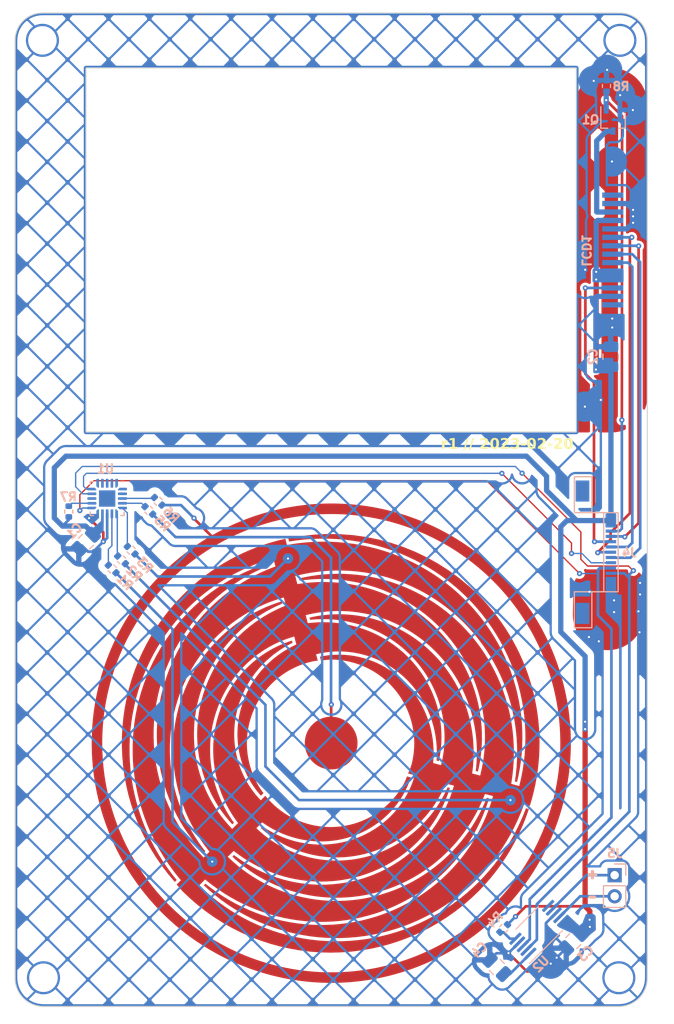
<source format=kicad_pcb>
(kicad_pcb (version 20221018) (generator pcbnew)

  (general
    (thickness 1.6)
  )

  (paper "A4")
  (layers
    (0 "F.Cu" signal)
    (31 "B.Cu" signal)
    (32 "B.Adhes" user "B.Adhesive")
    (33 "F.Adhes" user "F.Adhesive")
    (34 "B.Paste" user)
    (35 "F.Paste" user)
    (36 "B.SilkS" user "B.Silkscreen")
    (37 "F.SilkS" user "F.Silkscreen")
    (38 "B.Mask" user)
    (39 "F.Mask" user)
    (40 "Dwgs.User" user "User.Drawings")
    (41 "Cmts.User" user "User.Comments")
    (42 "Eco1.User" user "User.Eco1")
    (43 "Eco2.User" user "User.Eco2")
    (44 "Edge.Cuts" user)
    (45 "Margin" user)
    (46 "B.CrtYd" user "B.Courtyard")
    (47 "F.CrtYd" user "F.Courtyard")
    (48 "B.Fab" user)
    (49 "F.Fab" user)
    (50 "User.1" user)
    (51 "User.2" user)
    (52 "User.3" user)
    (53 "User.4" user)
    (54 "User.5" user)
    (55 "User.6" user)
    (56 "User.7" user)
    (57 "User.8" user)
    (58 "User.9" user)
  )

  (setup
    (stackup
      (layer "F.SilkS" (type "Top Silk Screen"))
      (layer "F.Paste" (type "Top Solder Paste"))
      (layer "F.Mask" (type "Top Solder Mask") (thickness 0.01))
      (layer "F.Cu" (type "copper") (thickness 0.035))
      (layer "dielectric 1" (type "core") (thickness 1.51) (material "FR4") (epsilon_r 4.5) (loss_tangent 0.02))
      (layer "B.Cu" (type "copper") (thickness 0.035))
      (layer "B.Mask" (type "Bottom Solder Mask") (thickness 0.01))
      (layer "B.Paste" (type "Bottom Solder Paste"))
      (layer "B.SilkS" (type "Bottom Silk Screen"))
      (copper_finish "None")
      (dielectric_constraints no)
    )
    (pad_to_mask_clearance 0)
    (pcbplotparams
      (layerselection 0x00010fc_ffffffff)
      (plot_on_all_layers_selection 0x0000000_00000000)
      (disableapertmacros false)
      (usegerberextensions false)
      (usegerberattributes true)
      (usegerberadvancedattributes true)
      (creategerberjobfile true)
      (dashed_line_dash_ratio 12.000000)
      (dashed_line_gap_ratio 3.000000)
      (svgprecision 6)
      (plotframeref false)
      (viasonmask false)
      (mode 1)
      (useauxorigin false)
      (hpglpennumber 1)
      (hpglpenspeed 20)
      (hpglpendiameter 15.000000)
      (dxfpolygonmode true)
      (dxfimperialunits true)
      (dxfusepcbnewfont true)
      (psnegative false)
      (psa4output false)
      (plotreference true)
      (plotvalue true)
      (plotinvisibletext false)
      (sketchpadsonfab false)
      (subtractmaskfromsilk false)
      (outputformat 1)
      (mirror false)
      (drillshape 1)
      (scaleselection 1)
      (outputdirectory "")
    )
  )

  (net 0 "")
  (net 1 "Net-(U2-REG)")
  (net 2 "Net-(J2-Pin_1)")
  (net 3 "Net-(J3-Pin_1)")
  (net 4 "GND")
  (net 5 "+3V3")
  (net 6 "/SCL")
  (net 7 "/SDA")
  (net 8 "/TOUCH_INT")
  (net 9 "/PICO")
  (net 10 "/RESET")
  (net 11 "/SCLK")
  (net 12 "/CS")
  (net 13 "/RS")
  (net 14 "/LED_ENABLE")
  (net 15 "Net-(J5-Pin_1)")
  (net 16 "Net-(J5-Pin_2)")
  (net 17 "Net-(LCD1-LEDK)")
  (net 18 "Net-(J1-Pin_1)")
  (net 19 "Net-(U1-KEY0)")
  (net 20 "Net-(J1-Pin_2)")
  (net 21 "Net-(U1-KEY1)")
  (net 22 "Net-(J1-Pin_3)")
  (net 23 "Net-(U1-KEY2)")
  (net 24 "Net-(U2-EN)")
  (net 25 "Net-(U1-KEY3)")
  (net 26 "Net-(U1-KEY4)")
  (net 27 "Net-(U1-~{RESET})")
  (net 28 "unconnected-(U2-VDD{slash}NC-Pad6)")
  (net 29 "unconnected-(U1-KEY6-Pad1)")
  (net 30 "unconnected-(U1-KEY5-Pad2)")
  (net 31 "unconnected-(U1-NC-Pad13)")
  (net 32 "unconnected-(U1-KEY11-Pad16)")
  (net 33 "unconnected-(U1-KEY10-Pad17)")
  (net 34 "unconnected-(U1-KEY9-Pad18)")
  (net 35 "unconnected-(U1-KEY8-Pad19)")
  (net 36 "unconnected-(U1-KEY7-Pad20)")

  (footprint "faceplate-footprints:qtouch-wheel" (layer "F.Cu") (at 157.156753 117.890948 -135))

  (footprint "faceplate-footprints:qtouch-guard" (layer "F.Cu") (at 157.222993 117.885573 45))

  (footprint "MountingHole:MountingHole_2.2mm_M2" (layer "F.Cu")
    (tstamp b0eed96b-fecb-4db9-8e07-d5b37a30fb46)
    (at 129.925 140.125)
    (descr "Mounting Hole 2.2mm, no annular, M2")
    (tags "mounting hole 2.2mm no annular m2")
    (property "Sheetfile" "gay-ipod-faceplate.kicad_sch")
    (property "Sheetname" "")
    (property "ki_description" "Mounting Hole without connection")
    (property "ki_keywords" "mounting hole")
    (path "/2287654c-0320-4ba9-89dd-92eed8d101c7")
    (attr exclude_from_pos_files)
    (fp_text reference "H3" (at 0.1 -7.9 unlocked) (layer "F.SilkS") hide
        (effects (font (face "Comic Code") (size 0.8 0.8) (thickness 0.3) bold))
      (tstamp 0c679096-f58e-4b1e-b8a9-ec13c0b89e4e)
      (render_cache "H3" 0
        (polygon
          (pts
            (xy 129.996277 131.834627)            (xy 129.995876 131.826603)            (xy 129.994697 131.818823)            (xy 129.991554 131.807693)
            (xy 129.986875 131.797324)            (xy 129.980786 131.787843)            (xy 129.973416 131.779379)            (xy 129.964892 131.772059)
            (xy 129.955341 131.76601)            (xy 129.944891 131.761359)            (xy 129.93367 131.758235)            (xy 129.925823 131.757064)
            (xy 129.917729 131.756665)            (xy 129.9078 131.757301)            (xy 129.898188 131.759157)            (xy 129.888983 131.762155)
            (xy 129.880273 131.766216)            (xy 129.87215 131.771263)            (xy 129.864703 131.777217)            (xy 129.858021 131.784)
            (xy 129.852195 131.791533)            (xy 129.847314 131.799739)            (xy 129.843469 131.808539)            (xy 129.841525 131.814697)
            (xy 129.838037 131.827518)            (xy 129.834689 131.840947)            (xy 129.831493 131.854908)            (xy 129.828461 131.869325)
            (xy 129.825603 131.884123)            (xy 129.822933 131.899227)            (xy 129.820461 131.914562)            (xy 129.819303 131.922293)
            (xy 129.8182 131.930053)            (xy 129.817151 131.937832)            (xy 129.81616 131.945623)            (xy 129.815227 131.953415)
            (xy 129.814355 131.961198)            (xy 129.812795 131.976703)            (xy 129.811492 131.992063)            (xy 129.810458 132.007201)
            (xy 129.809706 132.022043)            (xy 129.809245 132.036514)            (xy 129.809089 132.050538)            (xy 129.809094 132.059351)
            (xy 129.809125 132.069088)            (xy 129.809187 132.07751)            (xy 129.809298 132.086466)            (xy 129.80947 132.095932)
            (xy 129.809718 132.105883)            (xy 129.810055 132.116292)            (xy 129.810262 132.121661)            (xy 129.801988 132.121332)
            (xy 129.793549 132.121009)            (xy 129.784957 132.120698)            (xy 129.776221 132.120404)            (xy 129.767352 132.120133)
            (xy 129.758362 132.119891)            (xy 129.74926 132.119684)            (xy 129.740057 132.119518)            (xy 129.730764 132.119398)
            (xy 129.721392 132.11933)            (xy 129.715105 132.119316)            (xy 129.70435 132.119343)            (xy 129.693565 132.119424)
            (xy 129.682766 132.119555)            (xy 129.671968 132.119735)            (xy 129.661188 132.119962)            (xy 129.65044 132.120233)
            (xy 129.639741 132.120548)            (xy 129.629107 132.120904)            (xy 129.618552 132.121299)            (xy 129.608094 132.12173)
            (xy 129.597747 132.122197)            (xy 129.587527 132.122696)            (xy 129.577451 132.123226)            (xy 129.567534 132.123786)
            (xy 129.557791 132.124372)            (xy 129.548238 132.124983)            (xy 129.548225 132.116149)            (xy 129.548186 132.107275)
            (xy 129.54812 132.098362)            (xy 129.54803 132.089416)            (xy 129.547913 132.080441)            (xy 129.547772 132.07144)
            (xy 129.547605 132.062419)            (xy 129.547414 132.05338)            (xy 129.547198 132.044328)            (xy 129.546957 132.035268)
            (xy 129.546692 132.026203)            (xy 129.546404 132.017138)            (xy 129.546091 132.008076)            (xy 129.545756 131.999022)
            (xy 129.545396 131.989979)            (xy 129.545014 131.980953)            (xy 129.544609 131.971946)            (xy 129.544181 131.962964)
            (xy 129.54373 131.95401)            (xy 129.543258 131.945088)            (xy 129.542763 131.936203)            (xy 129.542246 131.927359)
            (xy 129.541708 131.918559)            (xy 129.541149 131.909808)            (xy 129.540568 131.90111)            (xy 129.539966 131.892469)
            (xy 129.539344 131.883889)            (xy 129.538701 131.875375)            (xy 129.538038 131.866929)            (xy 129.537354 131.858558)
            (xy 129.536651 131.850264)            (xy 129.535928 131.842052)            (xy 129.534164 131.830682)            (xy 129.530923 131.819944)
            (xy 129.526315 131.809944)            (xy 129.520451 131.800788)            (xy 129.513441 131.792582)            (xy 129.505395 131.785434)
            (xy 129.496422 131.779449)            (xy 129.486634 131.774732)            (xy 129.476139 131.771392)            (xy 129.465049 131.769533)
            (xy 129.45738 131.76917)            (xy 129.449319 131.769571)            (xy 129.441503 131.770749)            (xy 129.430319 131.773891)
            (xy 129.419899 131.778566)            (xy 129.410371 131.784648)            (xy 129.401863 131.792006)            (xy 129.394504 131.800514)
            (xy 129.388423 131.810042)            (xy 129.383747 131.820462)            (xy 129.380606 131.831646)            (xy 129.379428 131.839462)
            (xy 129.379026 131.847523)            (xy 129.379555 131.85768)            (xy 129.380163 131.866369)            (xy 129.38095 131.877272)
            (xy 129.381882 131.890244)            (xy 129.382921 131.905143)            (xy 129.383471 131.913269)            (xy 129.384033 131.921823)
            (xy 129.384605 131.930786)            (xy 129.385181 131.94014)            (xy 129.385758 131.949867)            (xy 129.386329 131.95995)
            (xy 129.386892 131.97037)            (xy 129.387441 131.981108)            (xy 129.387973 131.992148)            (xy 129.388481 132.003472)
            (xy 129.388963 132.01506)            (xy 129.389413 132.026895)            (xy 129.389827 132.038959)            (xy 129.3902 132.051234)
            (xy 129.390529 132.063702)            (xy 129.390807 132.076345)            (xy 129.391032 132.089145)            (xy 129.391198 132.102083)
            (xy 129.391301 132.115142)            (xy 129.391336 132.128304)            (xy 129.391247 132.152128)            (xy 129.390985 132.174855)
            (xy 129.390564 132.196515)            (xy 129.389993 132.217136)            (xy 129.389285 132.236747)            (xy 129.388451 132.255378)
            (xy 129.387503 132.273057)            (xy 129.386451 132.289813)            (xy 129.385308 132.305675)            (xy 129.384085 132.320673)
            (xy 129.382794 132.334834)            (xy 129.381444 132.348188)            (xy 129.38005 132.360764)            (xy 129.37862 132.372592)
            (xy 129.377168 132.383698)            (xy 129.375705 132.394114)            (xy 129.374241 132.403867)            (xy 129.372789 132.412987)
            (xy 129.37136 132.421503)            (xy 129.369965 132.429443)            (xy 129.367324 132.443712)            (xy 129.364958 132.456026)
            (xy 129.362958 132.466618)            (xy 129.361417 132.475718)            (xy 129.360424 132.483558)            (xy 129.360073 132.49037)
            (xy 129.360472 132.498536)            (xy 129.361645 132.506449)            (xy 129.363553 132.514071)            (xy 129.367715 132.524876)
            (xy 129.373324 132.534815)            (xy 129.380255 132.543759)            (xy 129.388381 132.551581)            (xy 129.397578 132.558154)
            (xy 129.407719 132.56335)            (xy 129.418679 132.567041)            (xy 129.42638 132.568604)            (xy 129.434351 132.569403)
            (xy 129.438426 132.569505)            (xy 129.448948 132.568805)            (xy 129.459021 132.566768)            (xy 129.468561 132.56349)
            (xy 129.477478 132.559067)            (xy 129.485688 132.553594)            (xy 129.493102 132.547167)            (xy 129.499634 132.539882)
            (xy 129.505196 132.531833)            (xy 129.509703 132.523118)            (xy 129.513066 132.513831)            (xy 129.51463 132.507369)
            (xy 129.517084 132.495903)            (xy 129.519463 132.484072)            (xy 129.521765 132.471882)            (xy 129.523988 132.459333)
            (xy 129.526129 132.446429)            (xy 129.528187 132.433174)            (xy 129.530159 132.419569)            (xy 129.532045 132.405618)
            (xy 129.533841 132.391323)            (xy 129.535545 132.376688)            (xy 129.537157 132.361715)            (xy 129.538673 132.346407)
            (xy 129.540092 132.330767)            (xy 129.540764 132.322824)            (xy 129.541411 132.314798)            (xy 129.542033 132.306691)
            (xy 129.542629 132.298503)            (xy 129.5432 132.290234)            (xy 129.543744 132.281884)            (xy 129.553323 132.281273)
            (xy 129.563144 132.280687)            (xy 129.573188 132.280128)            (xy 129.583433 132.279598)            (xy 129.593862 132.279098)
            (xy 129.604455 132.278632)            (xy 129.615192 132.2782)            (xy 129.626054 132.277806)            (xy 129.637021 132.27745)
            (xy 129.648074 132.277135)            (xy 129.659193 132.276863)            (xy 129.670359 132.276636)            (xy 129.681553 132.276456)
            (xy 129.692755 132.276325)            (xy 129.703945 132.276245)            (xy 129.715105 132.276218)            (xy 129.725403 132.276248)
            (xy 129.735527 132.276334)            (xy 129.745476 132.27647)            (xy 129.755249 132.276651)            (xy 129.764847 132.27687)
            (xy 129.77427 132.277122)            (xy 129.783518 132.277401)            (xy 129.792591 132.277702)            (xy 129.801488 132.278018)
            (xy 129.810211 132.278343)            (xy 129.815928 132.278563)            (xy 129.816564 132.293422)            (xy 129.817226 132.308376)
            (xy 129.817912 132.323391)            (xy 129.818621 132.338433)            (xy 129.81935 132.353467)            (xy 129.820098 132.368462)
            (xy 129.820863 132.383381)            (xy 129.821643 132.398193)            (xy 129.822438 132.412862)            (xy 129.823244 132.427356)
            (xy 129.824061 132.44164)            (xy 129.824886 132.455681)            (xy 129.825718 132.469445)            (xy 129.826555 132.482899)
            (xy 129.827396 132.496007)            (xy 129.828238 132.508737)            (xy 129.829681 132.520026)            (xy 129.832717 132.530736)
            (xy 129.837217 132.54075)            (xy 129.843052 132.549953)            (xy 129.850093 132.558228)            (xy 129.858214 132.565461)
            (xy 129.867284 132.571534)            (xy 129.877175 132.576331)            (xy 129.887759 132.579738)            (xy 129.898908 132.581638)
            (xy 129.906591 132.58201)            (xy 129.914684 132.581613)            (xy 129.922524 132.580448)            (xy 129.93373 132.577339)
            (xy 129.944158 132.57271)            (xy 129.953684 132.566686)            (xy 129.962181 132.559393)            (xy 129.969524 132.550956)
            (xy 129.975587 132.541501)            (xy 129.980245 132.531153)            (xy 129.983373 132.520039)            (xy 129.984545 132.512265)
            (xy 129.984944 132.504243)            (xy 129.984476 132.494131)            (xy 129.983701 132.47877)            (xy 129.983195 132.46883)
            (xy 129.98262 132.457529)            (xy 129.981983 132.444974)            (xy 129.98129 132.431276)            (xy 129.980548 132.416542)
            (xy 129.979765 132.400882)            (xy 129.978947 132.384404)            (xy 129.978102 132.367217)            (xy 129.977235 132.349429)
            (xy 129.976355 132.33115)            (xy 129.975468 132.312488)            (xy 129.97458 132.293552)            (xy 129.9737 132.27445)
            (xy 129.972833 132.255291)            (xy 129.971988 132.236185)            (xy 129.97117 132.217239)            (xy 129.970387 132.198562)
            (xy 129.969645 132.180264)            (xy 129.968952 132.162453)            (xy 129.968315 132.145237)            (xy 129.96774 132.128726)
            (xy 129.967234 132.113027)            (xy 129.966805 132.098251)            (xy 129.966459 132.084505)            (xy 129.966204 132.071898)
            (xy 129.966045 132.060539)            (xy 129.965991 132.050538)            (xy 129.966078 132.040465)            (xy 129.966331 132.030514)
            (xy 129.96674 132.020694)            (xy 129.967292 132.011014)            (xy 129.967978 132.001484)            (xy 129.968786 131.992112)
            (xy 129.969705 131.982908)            (xy 129.970723 131.973882)            (xy 129.97183 131.965042)            (xy 129.973015 131.956398)
            (xy 129.974267 131.947959)            (xy 129.975574 131.939735)            (xy 129.976925 131.931735)            (xy 129.978309 131.923968)
            (xy 129.981134 131.90917)            (xy 129.983958 131.895416)            (xy 129.986694 131.882781)            (xy 129.989253 131.871339)
            (xy 129.991545 131.861164)            (xy 129.993482 131.852331)            (xy 129.995528 131.84176)
          )
        )
        (polygon
          (pts
            (xy 130.51329 132.136706)            (xy 130.521133 132.132558)            (xy 130.528688 132.128355)            (xy 130.535958 132.124094)
            (xy 130.542947 132.119772)            (xy 130.549655 132.115389)            (xy 130.556087 132.11094)            (xy 130.568129 132.101838)
            (xy 130.579092 132.092446)            (xy 130.588997 132.082744)            (xy 130.597864 132.072714)            (xy 130.605712 132.062334)
            (xy 130.612562 132.051586)            (xy 130.618433 132.04045)            (xy 130.623346 132.028905)            (xy 130.627321 132.016933)
            (xy 130.630378 132.004513)            (xy 130.632537 131.991625)            (xy 130.633817 131.97825)            (xy 130.634239 131.964369)
            (xy 130.633904 131.952994)            (xy 130.632908 131.941847)            (xy 130.631268 131.930936)            (xy 130.629 131.920269)
            (xy 130.62612 131.909857)            (xy 130.622645 131.899707)            (xy 130.61859 131.889829)            (xy 130.613973 131.88023)
            (xy 130.608809 131.87092)            (xy 130.603115 131.861908)            (xy 130.596907 131.853202)            (xy 130.5902 131.844811)
            (xy 130.583012 131.836744)            (xy 130.575358 131.82901)            (xy 130.567255 131.821617)            (xy 130.558719 131.814575)
            (xy 130.549767 131.807891)            (xy 130.540414 131.801575)            (xy 130.530676 131.795635)            (xy 130.520571 131.79008)
            (xy 130.510114 131.78492)            (xy 130.499321 131.780162)            (xy 130.488209 131.775816)            (xy 130.476794 131.77189)
            (xy 130.465093 131.768393)            (xy 130.45312 131.765334)            (xy 130.440894 131.762722)            (xy 130.428429 131.760564)
            (xy 130.415742 131.758871)            (xy 130.40285 131.757651)            (xy 130.389769 131.756913)            (xy 130.376514 131.756665)
            (xy 130.363268 131.756912)            (xy 130.349576 131.757648)            (xy 130.335494 131.758859)            (xy 130.321074 131.760536)
            (xy 130.306372 131.762666)            (xy 130.291441 131.765237)            (xy 130.276336 131.76824)            (xy 130.26111 131.771661)
            (xy 130.253468 131.773525)            (xy 130.245817 131.77549)            (xy 130.238163 131.777554)            (xy 130.230512 131.779715)
            (xy 130.222872 131.781972)            (xy 130.215249 131.784325)            (xy 130.207651 131.78677)            (xy 130.200082 131.789308)
            (xy 130.192552 131.791935)            (xy 130.185065 131.794652)            (xy 130.17763 131.797457)            (xy 130.170252 131.800347)
            (xy 130.162939 131.803323)            (xy 130.155698 131.806381)            (xy 130.148534 131.809522)            (xy 130.141455 131.812743)
            (xy 130.133792 131.816313)            (xy 130.126661 131.820717)            (xy 130.120111 131.825891)            (xy 130.114191 131.831774)
            (xy 130.108947 131.838302)            (xy 130.10443 131.845413)            (xy 130.100687 131.853043)            (xy 130.097766 131.86113)
            (xy 130.095716 131.869612)            (xy 130.094585 131.878424)            (xy 130.094365 131.884452)            (xy 130.094766 131.89255)
            (xy 130.095945 131.900402)            (xy 130.099086 131.911639)            (xy 130.103761 131.92211)            (xy 130.109843 131.931686)
            (xy 130.117202 131.940237)            (xy 130.125709 131.947635)            (xy 130.135238 131.953749)            (xy 130.145658 131.958449)
            (xy 130.156841 131.961608)            (xy 130.164658 131.962793)            (xy 130.172718 131.963196)            (xy 130.180664 131.96274)
            (xy 130.188379 131.961453)            (xy 130.196976 131.959121)            (xy 130.20436 131.956466)            (xy 130.207498 131.955185)
            (xy 130.218247 131.950274)            (xy 130.229082 131.945655)            (xy 130.239979 131.941331)            (xy 130.250915 131.937307)
            (xy 130.261866 131.933584)            (xy 130.272808 131.930167)            (xy 130.283718 131.927059)            (xy 130.294571 131.924264)
            (xy 130.305344 131.921785)            (xy 130.316013 131.919625)            (xy 130.326554 131.917788)            (xy 130.336944 131.916277)
            (xy 130.347159 131.915096)            (xy 130.357174 131.914248)            (xy 130.366968 131.913737)            (xy 130.376514 131.913566)
            (xy 130.387274 131.913864)            (xy 130.39762 131.914731)            (xy 130.407513 131.916128)            (xy 130.416915 131.918014)
            (xy 130.425787 131.920351)            (xy 130.43409 131.923097)            (xy 130.441785 131.926214)            (xy 130.448835 131.929662)
            (xy 130.458113 131.935366)            (xy 130.465721 131.94159)            (xy 130.471527 131.9482)            (xy 130.475402 131.955061)
            (xy 130.477338 131.964369)            (xy 130.475995 131.974688)            (xy 130.471669 131.984851)            (xy 130.466906 131.991605)
            (xy 130.460483 131.998387)            (xy 130.452268 132.005238)            (xy 130.442128 132.012195)            (xy 130.42993 132.019299)
            (xy 130.415541 132.026588)            (xy 130.407483 132.030314)            (xy 130.398827 132.034102)            (xy 130.389557 132.037955)
            (xy 130.379656 132.04188)            (xy 130.369107 132.04588)            (xy 130.357894 132.049961)            (xy 130.346 132.054127)
            (xy 130.333408 132.058384)            (xy 130.320102 132.062736)            (xy 130.306066 132.067188)            (xy 130.291282 132.071746)
            (xy 130.275734 132.076414)            (xy 130.259405 132.081197)            (xy 130.242278 132.086099)            (xy 130.233076 132.089182)
            (xy 130.224425 132.093324)            (xy 130.216403 132.098453)            (xy 130.209086 132.104495)            (xy 130.202552 132.111377)
            (xy 130.196879 132.119026)            (xy 130.192143 132.127367)            (xy 130.188423 132.136328)            (xy 130.185794 132.145835)
            (xy 130.184336 132.155814)            (xy 130.184051 132.162694)            (xy 130.184051 132.163866)            (xy 130.18445 132.171996)
            (xy 130.185622 132.179872)            (xy 130.187531 132.187458)            (xy 130.191693 132.198212)            (xy 130.197302 132.208101)
            (xy 130.204232 132.217)            (xy 130.212359 132.224782)            (xy 130.221555 132.231321)            (xy 130.231697 132.236489)
            (xy 130.242657 132.24016)            (xy 130.250357 132.241714)            (xy 130.258328 132.242509)            (xy 130.262404 132.24261)
            (xy 130.270583 132.242091)            (xy 130.278454 132.241559)            (xy 130.28783 132.240949)            (xy 130.297947 132.240339)
            (xy 130.308044 132.239807)            (xy 130.317358 132.239431)            (xy 130.325126 132.239288)            (xy 130.33487 132.239394)
            (xy 130.344355 132.239707)            (xy 130.353577 132.240226)            (xy 130.362533 132.240945)            (xy 130.37122 132.241862)
            (xy 130.379633 132.242973)            (xy 130.387771 132.244275)            (xy 130.395629 132.245764)            (xy 130.410495 132.249288)
            (xy 130.424205 132.253518)            (xy 130.436733 132.258425)            (xy 130.448053 132.263981)            (xy 130.458139 132.270158)
            (xy 130.466964 132.276927)            (xy 130.474503 132.284259)            (xy 130.48073 132.292127)            (xy 130.485618 132.300503)
            (xy 130.489142 132.309357)            (xy 130.491275 132.318661)            (xy 130.491992 132.328388)            (xy 130.491301 132.33875)
            (xy 130.48925 132.348709)            (xy 130.485868 132.358229)            (xy 130.481188 132.367272)            (xy 130.47524 132.375802)
            (xy 130.468056 132.383782)            (xy 130.459667 132.391177)            (xy 130.450105 132.397949)            (xy 130.439399 132.404061)
            (xy 130.427583 132.409477)            (xy 130.414686 132.41416)            (xy 130.40074 132.418074)            (xy 130.385776 132.421182)
            (xy 130.377923 132.422422)            (xy 130.369826 132.423448)            (xy 130.361491 132.424253)            (xy 130.352921 132.424834)
            (xy 130.344119 132.425185)            (xy 130.335091 132.425304)            (xy 130.324924 132.42517)            (xy 130.314993 132.424762)
            (xy 130.305267 132.424072)            (xy 130.295719 132.423093)            (xy 130.286317 132.421817)            (xy 130.277031 132.420234)

... [1700164 chars truncated]
</source>
